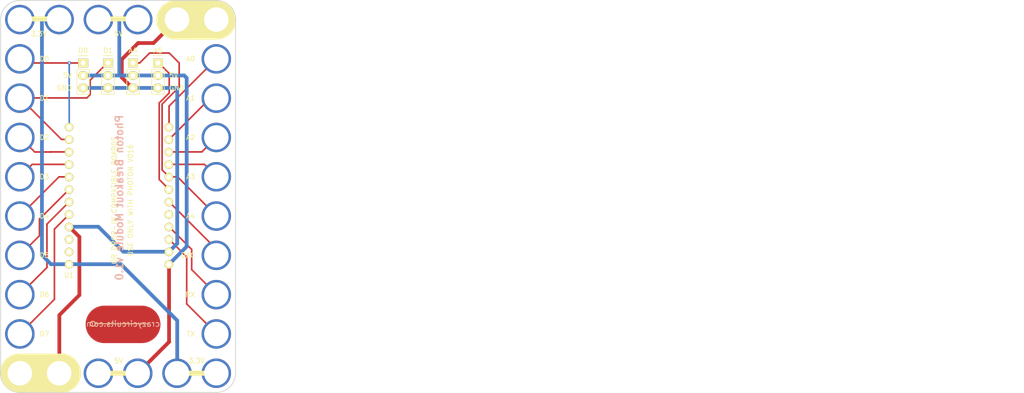
<source format=kicad_pcb>
(kicad_pcb (version 4) (host pcbnew 4.0.7-e2-6376~58~ubuntu16.04.1)

  (general
    (links 41)
    (no_connects 0)
    (area 0 0 0 0)
    (thickness 1.6)
    (drawings 20)
    (tracks 114)
    (zones 0)
    (modules 6)
    (nets 21)
  )

  (page USLetter)
  (title_block
    (title "6x9 Photon Breakout Module")
    (date "15 Jul 2018")
    (rev 1.0)
    (company "All rights reserved.")
    (comment 1 help@browndoggadgets.com)
    (comment 2 http://browndoggadgets.com/)
    (comment 3 "Brown Dog Gadgets")
  )

  (layers
    (0 F.Cu signal)
    (31 B.Cu signal)
    (34 B.Paste user)
    (35 F.Paste user)
    (36 B.SilkS user)
    (37 F.SilkS user)
    (38 B.Mask user)
    (39 F.Mask user)
    (40 Dwgs.User user)
    (44 Edge.Cuts user)
    (46 B.CrtYd user)
    (47 F.CrtYd user)
    (48 B.Fab user hide)
    (49 F.Fab user hide)
  )

  (setup
    (last_trace_width 0.3302)
    (user_trace_width 0.1524)
    (user_trace_width 0.254)
    (user_trace_width 0.3302)
    (user_trace_width 0.508)
    (user_trace_width 0.762)
    (user_trace_width 1.27)
    (trace_clearance 0.254)
    (zone_clearance 0.508)
    (zone_45_only no)
    (trace_min 0.1524)
    (segment_width 0.1524)
    (edge_width 0.1524)
    (via_size 0.6858)
    (via_drill 0.3302)
    (via_min_size 0.6858)
    (via_min_drill 0.3302)
    (user_via 0.6858 0.3302)
    (user_via 0.762 0.4064)
    (user_via 0.8636 0.508)
    (uvia_size 0.6858)
    (uvia_drill 0.3302)
    (uvias_allowed no)
    (uvia_min_size 0)
    (uvia_min_drill 0)
    (pcb_text_width 0.1524)
    (pcb_text_size 1.016 1.016)
    (mod_edge_width 0.1524)
    (mod_text_size 1.016 1.016)
    (mod_text_width 0.1524)
    (pad_size 1.7272 1.7272)
    (pad_drill 1.016)
    (pad_to_mask_clearance 0.0762)
    (solder_mask_min_width 0.1016)
    (pad_to_paste_clearance -0.0762)
    (aux_axis_origin 0 0)
    (visible_elements FFFEDF7D)
    (pcbplotparams
      (layerselection 0x310fc_80000001)
      (usegerberextensions true)
      (excludeedgelayer true)
      (linewidth 0.100000)
      (plotframeref false)
      (viasonmask false)
      (mode 1)
      (useauxorigin false)
      (hpglpennumber 1)
      (hpglpenspeed 20)
      (hpglpendiameter 15)
      (hpglpenoverlay 2)
      (psnegative false)
      (psa4output false)
      (plotreference true)
      (plotvalue true)
      (plotinvisibletext false)
      (padsonsilk false)
      (subtractmaskfromsilk false)
      (outputformat 1)
      (mirror false)
      (drillshape 0)
      (scaleselection 1)
      (outputdirectory gerbers))
  )

  (net 0 "")
  (net 1 5V)
  (net 2 3.3V)
  (net 3 GND)
  (net 4 /A4)
  (net 5 /D1)
  (net 6 /D0)
  (net 7 /A5)
  (net 8 /A3)
  (net 9 /A2)
  (net 10 /A1)
  (net 11 /A0)
  (net 12 /DAC)
  (net 13 /TX)
  (net 14 /RX)
  (net 15 /D2)
  (net 16 /D3)
  (net 17 /D4)
  (net 18 /D5)
  (net 19 /D6)
  (net 20 /D7)

  (net_class Default "This is the default net class."
    (clearance 0.254)
    (trace_width 0.254)
    (via_dia 0.6858)
    (via_drill 0.3302)
    (uvia_dia 0.6858)
    (uvia_drill 0.3302)
    (add_net /A0)
    (add_net /A1)
    (add_net /A2)
    (add_net /A3)
    (add_net /A4)
    (add_net /A5)
    (add_net /D0)
    (add_net /D1)
    (add_net /D2)
    (add_net /D3)
    (add_net /D4)
    (add_net /D5)
    (add_net /D6)
    (add_net /D7)
    (add_net /DAC)
    (add_net /RX)
    (add_net /TX)
    (add_net 3.3V)
    (add_net 5V)
    (add_net GND)
  )

  (module Crazy_NonLego:CONN-HEADER-STRAIGHT-P2.54MM-1x03 (layer F.Cu) (tedit 5B4C1F19) (tstamp 5B4D2471)
    (at 87.122 40.64)
    (descr "Through hole pin header")
    (tags "pin header")
    (path /5B4C1DC1)
    (fp_text reference J4 (at 0.25 3) (layer F.Fab)
      (effects (font (size 1 1) (thickness 0.15)))
    )
    (fp_text value Breakout (at -3 3 90) (layer F.Fab) hide
      (effects (font (size 1 1) (thickness 0.15)))
    )
    (fp_line (start 1.25 6.9) (end -1.25 6.9) (layer F.Fab) (width 0.0508))
    (fp_line (start 1.25 -1.75) (end 1.25 6.9) (layer F.Fab) (width 0.0508))
    (fp_line (start -1.25 -1.75) (end -1.25 6.9) (layer F.Fab) (width 0.0508))
    (fp_line (start 1.25 -1.75) (end -1.25 -1.75) (layer F.Fab) (width 0.0508))
    (fp_text user %R (at 0 -2.75) (layer F.SilkS) hide
      (effects (font (size 1 1) (thickness 0.15)))
    )
    (fp_line (start -1.25 -1.75) (end -1.25 6.85) (layer F.CrtYd) (width 0.05))
    (fp_line (start 1.25 -1.75) (end 1.25 6.85) (layer F.CrtYd) (width 0.05))
    (fp_line (start -1.25 -1.75) (end 1.25 -1.75) (layer F.CrtYd) (width 0.05))
    (fp_line (start -1.25 6.85) (end 1.25 6.85) (layer F.CrtYd) (width 0.05))
    (fp_line (start -1.27 1.27) (end -1.27 6.35) (layer F.SilkS) (width 0.15))
    (fp_line (start -1.27 6.35) (end 1.27 6.35) (layer F.SilkS) (width 0.15))
    (fp_line (start 1.27 6.35) (end 1.27 1.27) (layer F.SilkS) (width 0.15))
    (fp_line (start 1.27 1.27) (end -1.27 1.27) (layer F.SilkS) (width 0.15))
    (fp_line (start -1 -1.5) (end 1 -1.5) (layer F.SilkS) (width 0.15))
    (pad A5 thru_hole rect (at 0 0) (size 2.032 1.7272) (drill 1.016) (layers *.Cu *.Mask F.SilkS)
      (net 7 /A5))
    (pad VIN thru_hole oval (at 0 2.54) (size 2.032 1.7272) (drill 1.016) (layers *.Cu *.Mask F.SilkS)
      (net 1 5V))
    (pad GND thru_hole oval (at 0 5.08) (size 2.032 1.7272) (drill 1.016) (layers *.Cu *.Mask F.SilkS)
      (net 3 GND))
  )

  (module Crazy_NonLego:CONN-HEADER-STRAIGHT-P2.54MM-1x03 (layer F.Cu) (tedit 5B4C1F14) (tstamp 5B4D245D)
    (at 82.042 40.64)
    (descr "Through hole pin header")
    (tags "pin header")
    (fp_text reference J3 (at 0.25 3) (layer F.Fab)
      (effects (font (size 1 1) (thickness 0.15)))
    )
    (fp_text value PWM (at -3 3 90) (layer F.Fab) hide
      (effects (font (size 1 1) (thickness 0.15)))
    )
    (fp_line (start 1.25 6.9) (end -1.25 6.9) (layer F.Fab) (width 0.0508))
    (fp_line (start 1.25 -1.75) (end 1.25 6.9) (layer F.Fab) (width 0.0508))
    (fp_line (start -1.25 -1.75) (end -1.25 6.9) (layer F.Fab) (width 0.0508))
    (fp_line (start 1.25 -1.75) (end -1.25 -1.75) (layer F.Fab) (width 0.0508))
    (fp_text user %R (at 0 -2.75) (layer F.SilkS) hide
      (effects (font (size 1 1) (thickness 0.15)))
    )
    (fp_line (start -1.25 -1.75) (end -1.25 6.85) (layer F.CrtYd) (width 0.05))
    (fp_line (start 1.25 -1.75) (end 1.25 6.85) (layer F.CrtYd) (width 0.05))
    (fp_line (start -1.25 -1.75) (end 1.25 -1.75) (layer F.CrtYd) (width 0.05))
    (fp_line (start -1.25 6.85) (end 1.25 6.85) (layer F.CrtYd) (width 0.05))
    (fp_line (start -1.27 1.27) (end -1.27 6.35) (layer F.SilkS) (width 0.15))
    (fp_line (start -1.27 6.35) (end 1.27 6.35) (layer F.SilkS) (width 0.15))
    (fp_line (start 1.27 6.35) (end 1.27 1.27) (layer F.SilkS) (width 0.15))
    (fp_line (start 1.27 1.27) (end -1.27 1.27) (layer F.SilkS) (width 0.15))
    (fp_line (start -1 -1.5) (end 1 -1.5) (layer F.SilkS) (width 0.15))
    (pad A4 thru_hole rect (at 0 0) (size 2.032 1.7272) (drill 1.016) (layers *.Cu *.Mask F.SilkS)
      (net 4 /A4))
    (pad VIN thru_hole oval (at 0 2.54) (size 2.032 1.7272) (drill 1.016) (layers *.Cu *.Mask F.SilkS)
      (net 1 5V))
    (pad GND thru_hole oval (at 0 5.08) (size 2.032 1.7272) (drill 1.016) (layers *.Cu *.Mask F.SilkS)
      (net 3 GND))
  )

  (module Crazy_NonLego:CONN-HEADER-STRAIGHT-P2.54MM-1x03 (layer F.Cu) (tedit 5B4C1F0E) (tstamp 5B4D2449)
    (at 76.962 40.64)
    (descr "Through hole pin header")
    (tags "pin header")
    (fp_text reference J2 (at 0.25 3) (layer F.Fab)
      (effects (font (size 1 1) (thickness 0.15)))
    )
    (fp_text value PWM (at -3 3 90) (layer F.Fab) hide
      (effects (font (size 1 1) (thickness 0.15)))
    )
    (fp_line (start 1.25 6.9) (end -1.25 6.9) (layer F.Fab) (width 0.0508))
    (fp_line (start 1.25 -1.75) (end 1.25 6.9) (layer F.Fab) (width 0.0508))
    (fp_line (start -1.25 -1.75) (end -1.25 6.9) (layer F.Fab) (width 0.0508))
    (fp_line (start 1.25 -1.75) (end -1.25 -1.75) (layer F.Fab) (width 0.0508))
    (fp_text user %R (at 0 -2.75) (layer F.SilkS) hide
      (effects (font (size 1 1) (thickness 0.15)))
    )
    (fp_line (start -1.25 -1.75) (end -1.25 6.85) (layer F.CrtYd) (width 0.05))
    (fp_line (start 1.25 -1.75) (end 1.25 6.85) (layer F.CrtYd) (width 0.05))
    (fp_line (start -1.25 -1.75) (end 1.25 -1.75) (layer F.CrtYd) (width 0.05))
    (fp_line (start -1.25 6.85) (end 1.25 6.85) (layer F.CrtYd) (width 0.05))
    (fp_line (start -1.27 1.27) (end -1.27 6.35) (layer F.SilkS) (width 0.15))
    (fp_line (start -1.27 6.35) (end 1.27 6.35) (layer F.SilkS) (width 0.15))
    (fp_line (start 1.27 6.35) (end 1.27 1.27) (layer F.SilkS) (width 0.15))
    (fp_line (start 1.27 1.27) (end -1.27 1.27) (layer F.SilkS) (width 0.15))
    (fp_line (start -1 -1.5) (end 1 -1.5) (layer F.SilkS) (width 0.15))
    (pad D1 thru_hole rect (at 0 0) (size 2.032 1.7272) (drill 1.016) (layers *.Cu *.Mask F.SilkS)
      (net 5 /D1))
    (pad VIN thru_hole oval (at 0 2.54) (size 2.032 1.7272) (drill 1.016) (layers *.Cu *.Mask F.SilkS)
      (net 1 5V))
    (pad GND thru_hole oval (at 0 5.08) (size 2.032 1.7272) (drill 1.016) (layers *.Cu *.Mask F.SilkS)
      (net 3 GND))
  )

  (module Crazy_Circuits:LOGO-CRAZY-1x2 (layer F.Cu) (tedit 58FE5DC6) (tstamp 5B4C87F4)
    (at 80.01 97.79)
    (descr LOGO)
    (tags LOGO)
    (fp_text reference LOGO (at 0 -3.52806) (layer F.Fab)
      (effects (font (size 1 1) (thickness 0.15)))
    )
    (fp_text value "BROWN DOG" (at -0.381 -10.414) (layer B.SilkS) hide
      (effects (font (size 1.27 1.27) (thickness 0.254)) (justify mirror))
    )
    (fp_text user crazycircuits.com (at 0 -4.064) (layer B.SilkS)
      (effects (font (size 1.143 1.143) (thickness 0.1778)) (justify mirror))
    )
    (fp_line (start 6.096 -5.2705) (end 4.953 -4.318) (layer F.Mask) (width 0.1524))
    (fp_line (start 4.7625 -4.318) (end 6.096 -5.2705) (layer F.Mask) (width 0.1524))
    (fp_line (start 5.715 -5.1435) (end 4.7625 -4.318) (layer F.Mask) (width 0.1524))
    (fp_line (start 4.6355 -4.3815) (end 5.715 -5.1435) (layer F.Mask) (width 0.1524))
    (fp_line (start 5.5245 -5.08) (end 4.6355 -4.3815) (layer F.Mask) (width 0.1524))
    (fp_line (start 4.3815 -4.318) (end 5.5245 -5.08) (layer F.Mask) (width 0.1524))
    (fp_line (start 5.207 -4.953) (end 4.3815 -4.318) (layer F.Mask) (width 0.1524))
    (fp_line (start 4.2545 -4.3815) (end 5.207 -4.953) (layer F.Mask) (width 0.1524))
    (fp_line (start 5.0165 -4.953) (end 4.2545 -4.3815) (layer F.Mask) (width 0.1524))
    (fp_line (start 4.2545 -4.5085) (end 5.0165 -4.953) (layer F.Mask) (width 0.1524))
    (fp_line (start 4.7625 -4.953) (end 4.2545 -4.5085) (layer F.Mask) (width 0.1524))
    (fp_line (start 4.191 -4.6355) (end 4.7625 -4.953) (layer F.Mask) (width 0.1524))
    (fp_line (start 4.7625 -5.1435) (end 4.191 -4.6355) (layer F.Mask) (width 0.1524))
    (fp_line (start 4.7625 -5.2705) (end 4.1275 -4.7625) (layer F.Mask) (width 0.1524))
    (fp_line (start 4.8895 -5.461) (end 4.064 -4.8895) (layer F.Mask) (width 0.1524))
    (fp_line (start 4.8895 -5.588) (end 4.064 -5.0165) (layer F.Mask) (width 0.1524))
    (fp_line (start 3.048 -4.3815) (end 2.413 -5.2705) (layer F.Mask) (width 0.254))
    (fp_line (start 4.953 -4.2545) (end 2.9845 -4.2545) (layer F.Mask) (width 0.1524))
    (fp_line (start 6.5405 -5.3975) (end 4.953 -4.2545) (layer F.Mask) (width 0.1524))
    (fp_line (start 4.7625 -4.953) (end 6.5405 -5.3975) (layer F.Mask) (width 0.1524))
    (fp_line (start 5.08 -5.842) (end 4.7625 -4.953) (layer F.Mask) (width 0.1524))
    (fp_line (start 4.0005 -5.1435) (end 5.08 -5.842) (layer F.Mask) (width 0.1524))
    (fp_line (start 3.175 -6.604) (end 4.0005 -5.08) (layer F.Mask) (width 0.1524))
    (fp_line (start 3.2385 -5.207) (end 3.175 -6.604) (layer F.Mask) (width 0.1524))
    (fp_line (start 2.159 -5.461) (end 3.2385 -5.207) (layer F.Mask) (width 0.1524))
    (fp_line (start 2.9845 -4.2545) (end 2.159 -5.461) (layer F.Mask) (width 0.1524))
    (fp_line (start -5.588 -4.064) (end 5.08 -4.064) (layer F.SilkS) (width 0.1524))
    (fp_circle (center -6.1595 -4.064) (end -5.82208 -3.683) (layer F.SilkS) (width 0.1524))
    (fp_text user CRAZY (at -2.032 -5.588) (layer F.SilkS) hide
      (effects (font (thickness 0.381)))
    )
    (fp_line (start 3.9 -7.8) (end -3.9 -7.8) (layer F.Fab) (width 0.04064))
    (fp_line (start 3.9 0) (end -3.9 0) (layer F.Fab) (width 0.04064))
    (fp_arc (start 3.9 -3.9) (end 3.9 -7.8) (angle 90) (layer F.Fab) (width 0.04064))
    (fp_arc (start 3.9 -3.9) (end 7.8 -3.9) (angle 90) (layer F.Fab) (width 0.04064))
    (fp_arc (start -3.9 -3.9) (end -3.9 0) (angle 90) (layer F.Fab) (width 0.04064))
    (fp_arc (start -3.9 -3.9) (end -7.8 -3.9) (angle 90) (layer F.Fab) (width 0.04064))
    (fp_text user CIRCUITS (at 0.254 -2.286) (layer F.SilkS) hide
      (effects (font (thickness 0.381)))
    )
    (fp_line (start 3.2385 -4.3815) (end 2.6035 -5.2705) (layer F.Mask) (width 0.254))
    (fp_line (start 3.429 -4.3815) (end 2.8575 -5.207) (layer F.Mask) (width 0.254))
    (fp_line (start 3.556 -4.3815) (end 3.1115 -5.1435) (layer F.Mask) (width 0.254))
    (fp_line (start 3.81 -4.3815) (end 3.3655 -5.207) (layer F.Mask) (width 0.254))
    (fp_line (start 4.0005 -4.3815) (end 3.429 -5.461) (layer F.Mask) (width 0.254))
    (fp_line (start 4.191 -4.3815) (end 3.302 -6.096) (layer F.Mask) (width 0.254))
    (fp_line (start 3.3655 -5.3975) (end 3.302 -6.223) (layer F.Mask) (width 0.254))
    (pad BG smd oval (at 0 -3.937) (size 15.24 7.62) (layers F.Cu))
  )

  (module Crazy_NonLego:CONN-HEADER-STRAIGHT-P2.54MM-1x03 (layer F.Cu) (tedit 5B4C1891) (tstamp 5B4CEFDA)
    (at 71.882 40.64)
    (descr "Through hole pin header")
    (tags "pin header")
    (fp_text reference J1 (at 0.25 3 180) (layer F.Fab)
      (effects (font (size 1 1) (thickness 0.15)))
    )
    (fp_text value PWM (at -3 3 90) (layer F.Fab) hide
      (effects (font (size 1 1) (thickness 0.15)))
    )
    (fp_line (start 1.25 6.9) (end -1.25 6.9) (layer F.Fab) (width 0.0508))
    (fp_line (start 1.25 -1.75) (end 1.25 6.9) (layer F.Fab) (width 0.0508))
    (fp_line (start -1.25 -1.75) (end -1.25 6.9) (layer F.Fab) (width 0.0508))
    (fp_line (start 1.25 -1.75) (end -1.25 -1.75) (layer F.Fab) (width 0.0508))
    (fp_text user %R (at 0 -2.75) (layer F.SilkS) hide
      (effects (font (size 1 1) (thickness 0.15)))
    )
    (fp_line (start -1.25 -1.75) (end -1.25 6.85) (layer F.CrtYd) (width 0.05))
    (fp_line (start 1.25 -1.75) (end 1.25 6.85) (layer F.CrtYd) (width 0.05))
    (fp_line (start -1.25 -1.75) (end 1.25 -1.75) (layer F.CrtYd) (width 0.05))
    (fp_line (start -1.25 6.85) (end 1.25 6.85) (layer F.CrtYd) (width 0.05))
    (fp_line (start -1.27 1.27) (end -1.27 6.35) (layer F.SilkS) (width 0.15))
    (fp_line (start -1.27 6.35) (end 1.27 6.35) (layer F.SilkS) (width 0.15))
    (fp_line (start 1.27 6.35) (end 1.27 1.27) (layer F.SilkS) (width 0.15))
    (fp_line (start 1.27 1.27) (end -1.27 1.27) (layer F.SilkS) (width 0.15))
    (fp_line (start -1 -1.5) (end 1 -1.5) (layer F.SilkS) (width 0.15))
    (pad D0 thru_hole rect (at 0 0) (size 2.032 1.7272) (drill 1.016) (layers *.Cu *.Mask F.SilkS)
      (net 6 /D0))
    (pad VIN thru_hole oval (at 0 2.54) (size 2.032 1.7272) (drill 1.016) (layers *.Cu *.Mask F.SilkS)
      (net 1 5V))
    (pad GND thru_hole oval (at 0 5.08) (size 2.032 1.7272) (drill 1.016) (layers *.Cu *.Mask F.SilkS)
      (net 3 GND))
  )

  (module Crazy_Circuits:PHOTON-V016-6x10 (layer F.Cu) (tedit 5B4C19AB) (tstamp 5B4C45D2)
    (at 58.999 103.8)
    (descr "8-lead dip package, row spacing 7.62 mm (300 mils)")
    (tags "dil dip 2.54 300")
    (path /5B4C1D29)
    (fp_text reference U1 (at 3.87 3.93) (layer F.SilkS) hide
      (effects (font (size 1 1) (thickness 0.15)))
    )
    (fp_text value PARTICLE-PHOTON-V016 (at 12 4) (layer F.Fab) hide
      (effects (font (size 1 1) (thickness 0.15)))
    )
    (fp_text user USB (at 19.993 -16.764) (layer F.Fab)
      (effects (font (size 1 1) (thickness 0.15)))
    )
    (fp_line (start -0.2 -72.136) (end 8.436 -72.136) (layer F.SilkS) (width 1))
    (fp_line (start -0.039136 -0.007894) (end 8.436 0) (layer F.SilkS) (width 8))
    (fp_text user "OR DROP-IN COMPATIBLE BOARDS" (at 19.228238 -35.202146 270) (layer F.SilkS)
      (effects (font (size 1 1) (thickness 0.15)))
    )
    (fp_text user "USE ONLY WITH PHOTON V016" (at 22.530238 -35.202146 270) (layer F.SilkS)
      (effects (font (size 1 1) (thickness 0.15)))
    )
    (fp_text user "Photon V016" (at 16.777238 -35.514146 270) (layer F.Fab)
      (effects (font (size 1 1) (thickness 0.15)))
    )
    (fp_text user A2 (at 34.763001 -48) (layer F.SilkS)
      (effects (font (size 1 1) (thickness 0.15)))
    )
    (fp_text user A3 (at 34.763001 -40) (layer F.SilkS)
      (effects (font (size 1 1) (thickness 0.15)))
    )
    (fp_text user A0 (at 34.763001 -64) (layer F.SilkS)
      (effects (font (size 1 1) (thickness 0.15)))
    )
    (fp_text user A1 (at 34.763001 -56) (layer F.SilkS)
      (effects (font (size 1 1) (thickness 0.15)))
    )
    (fp_line (start 0 3.9) (end 40 3.9) (layer Edge.Cuts) (width 0.04064))
    (fp_line (start 40 -75.9) (end 0 -75.9) (layer Edge.Cuts) (width 0.04064))
    (fp_line (start -3.9 -72.15) (end -3.9 0.05) (layer Edge.Cuts) (width 0.04064))
    (fp_line (start 43.9 0.05) (end 43.9 -72.2) (layer Edge.Cuts) (width 0.04064))
    (fp_arc (start 0 0) (end 0 3.9) (angle 89.9) (layer Edge.Cuts) (width 0.04064))
    (fp_arc (start 0 -72) (end -3.9 -72) (angle 90) (layer Edge.Cuts) (width 0.04064))
    (fp_arc (start 40 -72) (end 40 -75.9) (angle 89.9) (layer Edge.Cuts) (width 0.04064))
    (fp_arc (start 40 0) (end 43.9 0) (angle 90) (layer Edge.Cuts) (width 0.04064))
    (fp_line (start 0 3.9) (end 40 3.9) (layer F.Fab) (width 0.04064))
    (fp_line (start 40 -75.9) (end 0 -75.9) (layer F.Fab) (width 0.04064))
    (fp_line (start -3.9 -72) (end -3.9 0) (layer F.Fab) (width 0.04064))
    (fp_arc (start 0 0) (end 0 3.9) (angle 90) (layer F.Fab) (width 0.04064))
    (fp_arc (start 0 -72) (end -3.9 -72) (angle 90) (layer F.Fab) (width 0.04064))
    (fp_line (start 43.9 0) (end 43.9 -72) (layer F.Fab) (width 0.04064))
    (fp_arc (start 40 -72) (end 40 -75.9) (angle 89.9) (layer F.Fab) (width 0.04064))
    (fp_arc (start 40 0) (end 43.9 0) (angle 90) (layer F.Fab) (width 0.04064))
    (fp_text user A4 (at 34.763001 -32) (layer F.SilkS)
      (effects (font (size 1 1) (thickness 0.15)))
    )
    (fp_text user DAC (at 34.239191 -24) (layer F.SilkS)
      (effects (font (size 1 1) (thickness 0.15)))
    )
    (fp_text user RX (at 34.691572 -16) (layer F.SilkS)
      (effects (font (size 1 1) (thickness 0.15)))
    )
    (fp_text user 3.3V (at 35.995 -2.54) (layer F.SilkS)
      (effects (font (size 1 1) (thickness 0.15)))
    )
    (fp_text user D3 (at 5.003683 -40) (layer F.SilkS)
      (effects (font (size 1 1) (thickness 0.15)))
    )
    (fp_text user D4 (at 5.003683 -32) (layer F.SilkS)
      (effects (font (size 1 1) (thickness 0.15)))
    )
    (fp_text user D5 (at 5.003683 -24) (layer F.SilkS)
      (effects (font (size 1 1) (thickness 0.15)))
    )
    (fp_text user D6 (at 5.003683 -16) (layer F.SilkS)
      (effects (font (size 1 1) (thickness 0.15)))
    )
    (fp_text user D2 (at 5.003683 -48) (layer F.SilkS)
      (effects (font (size 1 1) (thickness 0.15)))
    )
    (fp_text user D0 (at 5.003683 -64) (layer F.SilkS)
      (effects (font (size 1 1) (thickness 0.15)))
    )
    (fp_text user D1 (at 5.003683 -56) (layer F.SilkS)
      (effects (font (size 1 1) (thickness 0.15)))
    )
    (fp_text user %R (at 20.374 -14.351) (layer F.SilkS) hide
      (effects (font (size 1 1) (thickness 0.15)))
    )
    (fp_text user D7 (at 5.003683 -8) (layer F.SilkS)
      (effects (font (size 1 1) (thickness 0.15)))
    )
    (fp_text user 5V (at 20.12 -69.088) (layer F.SilkS)
      (effects (font (size 1 1) (thickness 0.15)))
    )
    (fp_text user TX (at 34.81062 -8) (layer F.SilkS)
      (effects (font (size 1 1) (thickness 0.15)))
    )
    (fp_line (start 30.788 0) (end 39.424 0) (layer F.SilkS) (width 1))
    (fp_line (start 31.8 -71.927894) (end 40.024 -71.94) (layer F.SilkS) (width 8))
    (fp_line (start 31.607238 -54.414146) (end 8.747238 -54.414146) (layer F.Fab) (width 0.127))
    (fp_line (start 14.894038 -15.933146) (end 25.460438 -15.933146) (layer F.Fab) (width 0.127))
    (fp_line (start 25.460438 -17.838146) (end 25.460438 -15.933146) (layer F.Fab) (width 0.127))
    (fp_line (start 14.894038 -17.838146) (end 8.747238 -17.838146) (layer F.Fab) (width 0.127))
    (fp_line (start 31.607238 -54.414146) (end 31.607238 -17.838146) (layer F.Fab) (width 0.127))
    (fp_text user %R (at 10.017238 -19.937 180) (layer F.SilkS)
      (effects (font (size 1 1) (thickness 0.15)))
    )
    (fp_line (start 8.747238 -54.414146) (end 8.747238 -17.838146) (layer F.Fab) (width 0.127))
    (fp_line (start 25.460438 -17.838146) (end 31.607238 -17.838146) (layer F.Fab) (width 0.127))
    (fp_line (start 14.894038 -17.838146) (end 14.894038 -15.933146) (layer F.Fab) (width 0.127))
    (fp_line (start 16.056 -72.136) (end 24.692 -72.136) (layer F.SilkS) (width 1))
    (fp_text user 3.3V (at 3.864 -69.088) (layer F.SilkS)
      (effects (font (size 1 1) (thickness 0.15)))
    )
    (fp_line (start 15.04 0) (end 23.676 0) (layer F.SilkS) (width 1))
    (fp_text user 5V (at 20.12 -2.54) (layer F.SilkS)
      (effects (font (size 1 1) (thickness 0.15)))
    )
    (pad A4 thru_hole circle (at 40 -32 90) (size 6 6) (drill 4.98) (layers *.Cu *.Mask)
      (net 4 /A4))
    (pad DAC thru_hole circle (at 40.001 -24 90) (size 6 6) (drill 4.98) (layers *.Cu *.Mask)
      (net 12 /DAC))
    (pad TX thru_hole circle (at 40.001 -8 90) (size 6 6) (drill 4.98) (layers *.Cu *.Mask)
      (net 13 /TX))
    (pad A3 thru_hole circle (at 40.001 -40 90) (size 6 6) (drill 4.98) (layers *.Cu *.Mask)
      (net 8 /A3))
    (pad RX thru_hole circle (at 40.001 -16 90) (size 6 6) (drill 4.98) (layers *.Cu *.Mask)
      (net 14 /RX))
    (pad A2 thru_hole circle (at 40 -48 90) (size 6 6) (drill 4.98) (layers *.Cu *.Mask)
      (net 9 /A2))
    (pad A1 thru_hole circle (at 40 -56 90) (size 6 6) (drill 4.98) (layers *.Cu *.Mask)
      (net 10 /A1))
    (pad GND thru_hole circle (at 0.001 0 90) (size 6 6) (drill 4.98) (layers *.Cu *.Mask)
      (net 3 GND))
    (pad GND thru_hole circle (at 8 0 90) (size 6 6) (drill 4.98) (layers *.Cu *.Mask)
      (net 3 GND))
    (pad 5V thru_hole circle (at 16 0 90) (size 6 6) (drill 4.98) (layers *.Cu *.Mask)
      (net 1 5V))
    (pad 3V thru_hole circle (at 32 0 90) (size 6 6) (drill 4.98) (layers *.Cu *.Mask)
      (net 2 3.3V))
    (pad 5V thru_hole circle (at 16 -72 90) (size 6 6) (drill 4.98) (layers *.Cu *.Mask)
      (net 1 5V))
    (pad 5V thru_hole circle (at 24 -72 90) (size 6 6) (drill 4.98) (layers *.Cu *.Mask)
      (net 1 5V))
    (pad 3V thru_hole circle (at 0.001 -72 90) (size 6 6) (drill 4.98) (layers *.Cu *.Mask)
      (net 2 3.3V))
    (pad 3V thru_hole circle (at 8 -72 90) (size 6 6) (drill 4.98) (layers *.Cu *.Mask)
      (net 2 3.3V))
    (pad GND thru_hole circle (at 40 -72 90) (size 6 6) (drill 4.98) (layers *.Cu *.Mask)
      (net 3 GND))
    (pad D1 thru_hole circle (at 0 -56 90) (size 6 6) (drill 4.98) (layers *.Cu *.Mask)
      (net 5 /D1))
    (pad D2 thru_hole circle (at 0 -48 90) (size 6 6) (drill 4.98) (layers *.Cu *.Mask)
      (net 15 /D2))
    (pad D3 thru_hole circle (at 0 -40 90) (size 6 6) (drill 4.98) (layers *.Cu *.Mask)
      (net 16 /D3))
    (pad D4 thru_hole circle (at 0 -32 90) (size 6 6) (drill 4.98) (layers *.Cu *.Mask)
      (net 17 /D4))
    (pad D5 thru_hole circle (at 0 -24 90) (size 6 6) (drill 4.98) (layers *.Cu *.Mask)
      (net 18 /D5))
    (pad D6 thru_hole circle (at 0 -16 90) (size 6 6) (drill 4.98) (layers *.Cu *.Mask)
      (net 19 /D6))
    (pad D7 thru_hole circle (at 0 -8 90) (size 6 6) (drill 4.98) (layers *.Cu *.Mask)
      (net 20 /D7))
    (pad 3V thru_hole circle (at 40 0 90) (size 6 6) (drill 4.98) (layers *.Cu *.Mask)
      (net 2 3.3V))
    (pad A0 thru_hole circle (at 40 -64 90) (size 6 6) (drill 4.98) (layers *.Cu *.Mask)
      (net 11 /A0))
    (pad D0 thru_hole circle (at 0 -64 90) (size 6 6) (drill 4.98) (layers *.Cu *.Mask)
      (net 6 /D0))
    (pad 5V thru_hole circle (at 24 0 90) (size 6 6) (drill 4.98) (layers *.Cu *.Mask)
      (net 1 5V))
    (pad GND thru_hole circle (at 32 -72 90) (size 6 6) (drill 4.98) (layers *.Cu *.Mask)
      (net 3 GND))
    (pad VIN thru_hole circle (at 30.337238 -22.156146 180) (size 1.7272 1.7272) (drill 1.016) (layers *.Cu *.Mask F.SilkS)
      (net 1 5V))
    (pad GND thru_hole circle (at 30.337238 -24.696146 180) (size 1.7272 1.7272) (drill 1.016) (layers *.Cu *.Mask F.SilkS)
      (net 3 GND))
    (pad TX thru_hole circle (at 30.337238 -27.236146 180) (size 1.7272 1.7272) (drill 1.016) (layers *.Cu *.Mask F.SilkS)
      (net 13 /TX))
    (pad RX thru_hole circle (at 30.337238 -29.776146 180) (size 1.7272 1.7272) (drill 1.016) (layers *.Cu *.Mask F.SilkS)
      (net 14 /RX))
    (pad WKP thru_hole circle (at 30.337238 -32.316146 180) (size 1.7272 1.7272) (drill 1.016) (layers *.Cu *.Mask F.SilkS))
    (pad DAC thru_hole circle (at 30.337238 -34.856146 180) (size 1.7272 1.7272) (drill 1.016) (layers *.Cu *.Mask F.SilkS)
      (net 12 /DAC))
    (pad A5 thru_hole circle (at 30.337238 -37.396146 180) (size 1.7272 1.7272) (drill 1.016) (layers *.Cu *.Mask F.SilkS)
      (net 7 /A5))
    (pad A4 thru_hole circle (at 30.337238 -39.936146 180) (size 1.7272 1.7272) (drill 1.016) (layers *.Cu *.Mask F.SilkS)
      (net 4 /A4))
    (pad A3 thru_hole circle (at 30.337238 -42.476146 180) (size 1.7272 1.7272) (drill 1.016) (layers *.Cu *.Mask F.SilkS)
      (net 8 /A3))
    (pad A2 thru_hole circle (at 30.337238 -45.016146 180) (size 1.7272 1.7272) (drill 1.016) (layers *.Cu *.Mask F.SilkS)
      (net 9 /A2))
    (pad A1 thru_hole circle (at 30.337238 -47.556146 180) (size 1.7272 1.7272) (drill 1.016) (layers *.Cu *.Mask F.SilkS)
      (net 10 /A1))
    (pad A0 thru_hole circle (at 30.337238 -50.096146 180) (size 1.7272 1.7272) (drill 1.016) (layers *.Cu *.Mask F.SilkS)
      (net 11 /A0))
    (pad D1 thru_hole circle (at 10.017238 -47.556146 180) (size 1.7272 1.7272) (drill 1.016) (layers *.Cu *.Mask F.SilkS)
      (net 5 /D1))
    (pad VBAT thru_hole circle (at 10.017238 -27.236146 180) (size 1.7272 1.7272) (drill 1.016) (layers *.Cu *.Mask F.SilkS))
    (pad D3 thru_hole circle (at 10.017238 -42.476146 180) (size 1.7272 1.7272) (drill 1.016) (layers *.Cu *.Mask F.SilkS)
      (net 16 /D3))
    (pad D2 thru_hole circle (at 10.017238 -45.016146 180) (size 1.7272 1.7272) (drill 1.016) (layers *.Cu *.Mask F.SilkS)
      (net 15 /D2))
    (pad RST thru_hole circle (at 10.017238 -24.696146 180) (size 1.7272 1.7272) (drill 1.016) (layers *.Cu *.Mask F.SilkS))
    (pad D7 thru_hole circle (at 10.017238 -32.316146 180) (size 1.7272 1.7272) (drill 1.016) (layers *.Cu *.Mask F.SilkS)
      (net 20 /D7))
    (pad 3V thru_hole circle (at 10.017238 -22.156146 180) (size 1.7272 1.7272) (drill 1.016) (layers *.Cu *.Mask F.SilkS)
      (net 2 3.3V))
    (pad D6 thru_hole circle (at 10.017238 -34.856146 180) (size 1.7272 1.7272) (drill 1.016) (layers *.Cu *.Mask F.SilkS)
      (net 19 /D6))
    (pad D5 thru_hole circle (at 10.017238 -37.396146 180) (size 1.7272 1.7272) (drill 1.016) (layers *.Cu *.Mask F.SilkS)
      (net 18 /D5))
    (pad D4 thru_hole circle (at 10.017238 -39.936146 180) (size 1.7272 1.7272) (drill 1.016) (layers *.Cu *.Mask F.SilkS)
      (net 17 /D4))
    (pad GND thru_hole circle (at 10.017238 -29.776146 180) (size 1.7272 1.7272) (drill 1.016) (layers *.Cu *.Mask F.SilkS)
      (net 3 GND))
    (pad D0 thru_hole circle (at 10.017238 -50.096146 180) (size 1.7272 1.7272) (drill 1.016) (layers *.Cu *.Mask F.SilkS)
      (net 6 /D0))
  )

  (gr_arc (start 98.998994 31.793193) (end 98.998994 27.893193) (angle 90) (layer Edge.Cuts) (width 0.1524) (tstamp 5B4DD13D))
  (gr_arc (start 58.999 31.8) (end 55.099 31.8) (angle 90) (layer Edge.Cuts) (width 0.1524) (tstamp 5B4DD13C))
  (gr_arc (start 59 103.8) (end 59 107.7) (angle 90) (layer Edge.Cuts) (width 0.1524) (tstamp 5B4DD13B))
  (gr_arc (start 99 103.8) (end 102.9 103.8) (angle 90) (layer Edge.Cuts) (width 0.1524))
  (gr_line (start 55.1 103.8) (end 55.1 31.8) (layer Edge.Cuts) (width 0.1524))
  (gr_line (start 99 107.7) (end 59 107.7) (layer Edge.Cuts) (width 0.1524))
  (gr_line (start 102.9 31.8) (end 102.9 103.8) (layer Edge.Cuts) (width 0.1524))
  (gr_line (start 59 27.9) (end 99 27.9) (layer Edge.Cuts) (width 0.1524))
  (gr_text "Photon Breakout Module v1.0" (at 79.248 68.072 90) (layer B.SilkS)
    (effects (font (size 1.5 1.5) (thickness 0.3)) (justify mirror))
  )
  (gr_text CIRCUITS (at 80.01 95.25) (layer F.Mask) (tstamp 5B4D6050)
    (effects (font (size 1.5 1.5) (thickness 0.3)))
  )
  (gr_text CRAZY (at 77.724 92.456) (layer F.Mask)
    (effects (font (size 1.5 1.5) (thickness 0.3)))
  )
  (gr_text A5 (at 87.122 38.1) (layer F.SilkS)
    (effects (font (size 1.016 1.016) (thickness 0.1524)))
  )
  (gr_text A4 (at 82.042 38.1) (layer F.SilkS)
    (effects (font (size 1.016 1.016) (thickness 0.1524)))
  )
  (gr_text D1 (at 76.962 38.1) (layer F.SilkS)
    (effects (font (size 1.016 1.016) (thickness 0.1524)))
  )
  (gr_text D0 (at 71.882 38.1) (layer F.SilkS)
    (effects (font (size 1.016 1.016) (thickness 0.1524)))
  )
  (gr_text "5V\n" (at 90.303048 43.18) (layer F.SilkS)
    (effects (font (size 1.016 1.016) (thickness 0.1524)))
  )
  (gr_text 5V (at 68.700953 43.18) (layer F.SilkS)
    (effects (font (size 1.016 1.016) (thickness 0.1524)))
  )
  (gr_text GND (at 68.072 45.72) (layer F.SilkS)
    (effects (font (size 1.016 1.016) (thickness 0.1524)))
  )
  (gr_text GND (at 90.932 45.72) (layer F.SilkS)
    (effects (font (size 1.016 1.016) (thickness 0.1524)))
  )
  (gr_text "FABRICATION NOTES\n\n1. THIS IS A 2 LAYER BOARD. \n2. EXTERNAL LAYERS SHALL HAVE 1 OZ COPPER.\n3. MATERIAL: FR4 AND 0.062 INCH +/- 10% THICK.\n4. BOARDS SHALL BE ROHS COMPLIANT. \n5. MANUFACTURE IN ACCORDANCE WITH IPC-6012 CLASS 2\n6. MASK: BOTH SIDES OF THE BOARD SHALL HAVE \n   SOLDER MASK (GREEN) OVER BARE COPPER. \n7. SILK: BOTH SIDES OF THE BOARD SHALL HAVE \n   WHITE SILKSCREEN. DO NOT PLACE SILK OVER BARE COPPER.\n8. FINISH: ENIG.\n9. MINIMUM TRACE WIDTH - 0.006 INCH.\n   MINIMUM SPACE - 0.006 INCH.\n   MINIMUM HOLE DIA - 0.013 INCH. \n10. MAX HOLE PLACEMENT TOLERANCE OF +/- 0.003 INCH.\n11. MAX HOLE DIAMETER TOLERANCE OF +/- 0.003 INCH AFTER PLATING." (at 120.3198 68.326) (layer Dwgs.User)
    (effects (font (size 2.54 2.54) (thickness 0.254)) (justify left))
  )

  (segment (start 92.964 43.688) (end 92.964 78.011092) (width 0.762) (layer B.Cu) (net 1))
  (segment (start 92.964 78.011092) (end 89.374238 81.600854) (width 0.762) (layer B.Cu) (net 1))
  (segment (start 92.456 43.18) (end 92.964 43.688) (width 0.762) (layer B.Cu) (net 1))
  (segment (start 87.122 43.18) (end 92.456 43.18) (width 0.762) (layer B.Cu) (net 1))
  (segment (start 77.1144 43.18) (end 76.962 43.18) (width 0.762) (layer F.Cu) (net 1))
  (segment (start 89.408 97.386) (end 89.374238 97.352238) (width 0.762) (layer F.Cu) (net 1))
  (segment (start 89.374238 97.352238) (end 89.374238 81.600854) (width 0.762) (layer F.Cu) (net 1))
  (segment (start 83.037 103.757) (end 89.408 97.386) (width 0.762) (layer F.Cu) (net 1))
  (segment (start 75.037 103.757) (end 83.037 103.757) (width 0.762) (layer B.Cu) (net 1))
  (segment (start 79.248 43.18) (end 76.962 43.18) (width 0.762) (layer B.Cu) (net 1))
  (segment (start 82.042 43.18) (end 79.248 43.18) (width 0.762) (layer B.Cu) (net 1))
  (segment (start 79.248 43.18) (end 79.248 31.78864) (width 0.762) (layer B.Cu) (net 1))
  (segment (start 79.248 31.78864) (end 79.27964 31.757) (width 0.762) (layer B.Cu) (net 1))
  (segment (start 71.882 43.18) (end 76.962 43.18) (width 0.762) (layer B.Cu) (net 1))
  (segment (start 87.122 43.18) (end 82.042 43.18) (width 0.762) (layer B.Cu) (net 1))
  (segment (start 75.037 31.757) (end 79.27964 31.757) (width 0.762) (layer B.Cu) (net 1))
  (segment (start 79.27964 31.757) (end 83.037 31.757) (width 0.762) (layer B.Cu) (net 1))
  (segment (start 91.037 93.069) (end 79.568854 81.600854) (width 0.762) (layer B.Cu) (net 2))
  (segment (start 79.568854 81.600854) (end 69.054238 81.600854) (width 0.762) (layer B.Cu) (net 2))
  (segment (start 91.037 103.757) (end 91.037 93.069) (width 0.762) (layer B.Cu) (net 2))
  (segment (start 63.5 31.757) (end 63.5 79.756) (width 0.762) (layer B.Cu) (net 2))
  (segment (start 63.5 79.756) (end 65.344854 81.600854) (width 0.762) (layer B.Cu) (net 2))
  (segment (start 65.344854 81.600854) (end 69.054238 81.600854) (width 0.762) (layer B.Cu) (net 2))
  (segment (start 63.28064 31.757) (end 63.5 31.757) (width 0.762) (layer B.Cu) (net 2))
  (segment (start 63.5 31.757) (end 67.037 31.757) (width 0.762) (layer B.Cu) (net 2))
  (segment (start 91.037 103.757) (end 99.037 103.757) (width 0.762) (layer B.Cu) (net 2))
  (segment (start 59.038 31.757) (end 63.28064 31.757) (width 0.762) (layer B.Cu) (net 2))
  (segment (start 83.083398 36.576) (end 86.218 36.576) (width 0.762) (layer F.Cu) (net 3))
  (segment (start 86.218 36.576) (end 91.037 31.757) (width 0.762) (layer F.Cu) (net 3))
  (segment (start 79.756 43.5864) (end 79.756 39.903398) (width 0.762) (layer F.Cu) (net 3))
  (segment (start 79.756 39.903398) (end 83.083398 36.576) (width 0.762) (layer F.Cu) (net 3))
  (segment (start 82.042 45.72) (end 81.8896 45.72) (width 0.762) (layer F.Cu) (net 3))
  (segment (start 81.8896 45.72) (end 79.756 43.5864) (width 0.762) (layer F.Cu) (net 3))
  (segment (start 69.054238 73.980854) (end 71.12 76.046616) (width 0.762) (layer F.Cu) (net 3))
  (segment (start 91.037 77.398092) (end 91.037 45.72) (width 0.762) (layer B.Cu) (net 3))
  (segment (start 88.9 45.72) (end 91.037 45.72) (width 0.762) (layer B.Cu) (net 3))
  (segment (start 89.374238 79.060854) (end 91.037 77.398092) (width 0.762) (layer B.Cu) (net 3))
  (segment (start 71.12 87.884) (end 67.037 91.967) (width 0.762) (layer F.Cu) (net 3))
  (segment (start 67.037 91.967) (end 67.037 103.757) (width 0.762) (layer F.Cu) (net 3))
  (segment (start 71.12 76.046616) (end 71.12 87.884) (width 0.762) (layer F.Cu) (net 3))
  (segment (start 74.996854 73.980854) (end 80.076854 79.060854) (width 0.762) (layer B.Cu) (net 3))
  (segment (start 80.076854 79.060854) (end 89.374238 79.060854) (width 0.762) (layer B.Cu) (net 3))
  (segment (start 69.054238 73.980854) (end 74.996854 73.980854) (width 0.762) (layer B.Cu) (net 3))
  (segment (start 59.038 103.757) (end 67.037 103.757) (width 0.762) (layer B.Cu) (net 3))
  (segment (start 87.122 45.72) (end 88.9 45.72) (width 0.762) (layer B.Cu) (net 3))
  (segment (start 82.042 45.72) (end 87.122 45.72) (width 0.762) (layer B.Cu) (net 3))
  (segment (start 76.962 45.72) (end 82.042 45.72) (width 0.762) (layer B.Cu) (net 3))
  (segment (start 71.882 45.72) (end 76.962 45.72) (width 0.762) (layer B.Cu) (net 3))
  (segment (start 91.037 31.757) (end 95.27964 31.757) (width 0.762) (layer B.Cu) (net 3))
  (segment (start 95.27964 31.757) (end 99.037 31.757) (width 0.762) (layer B.Cu) (net 3))
  (segment (start 89.408 38.608) (end 85.4202 38.608) (width 0.3302) (layer F.Cu) (net 4))
  (segment (start 91.44 40.64) (end 89.408 38.608) (width 0.3302) (layer F.Cu) (net 4))
  (segment (start 85.4202 38.608) (end 83.3882 40.64) (width 0.3302) (layer F.Cu) (net 4))
  (segment (start 91.44 45.530198) (end 91.44 40.64) (width 0.3302) (layer F.Cu) (net 4))
  (segment (start 83.3882 40.64) (end 82.042 40.64) (width 0.3302) (layer F.Cu) (net 4))
  (segment (start 87.960211 49.009987) (end 91.44 45.530198) (width 0.3302) (layer F.Cu) (net 4))
  (segment (start 87.960211 62.406827) (end 87.960211 49.009987) (width 0.3302) (layer F.Cu) (net 4))
  (segment (start 89.374238 63.820854) (end 87.960211 62.406827) (width 0.3302) (layer F.Cu) (net 4))
  (segment (start 89.374238 63.820854) (end 91.100854 63.820854) (width 0.3302) (layer F.Cu) (net 4))
  (segment (start 91.100854 63.820854) (end 99.037 71.757) (width 0.3302) (layer F.Cu) (net 4))
  (segment (start 76.962 40.64) (end 76.8096 40.64) (width 0.3302) (layer F.Cu) (net 5))
  (segment (start 76.8096 40.64) (end 73.31711 44.13249) (width 0.3302) (layer F.Cu) (net 5))
  (segment (start 73.31711 44.13249) (end 73.31711 47.07889) (width 0.3302) (layer F.Cu) (net 5))
  (segment (start 73.31711 47.07889) (end 72.639 47.757) (width 0.3302) (layer F.Cu) (net 5))
  (segment (start 72.639 47.757) (end 59.037 47.757) (width 0.3302) (layer F.Cu) (net 5))
  (segment (start 59.042 47.752) (end 59.037 47.757) (width 0.3302) (layer B.Cu) (net 5))
  (segment (start 59.037 47.757) (end 67.480854 56.200854) (width 0.3302) (layer F.Cu) (net 5))
  (segment (start 67.480854 56.200854) (end 69.054238 56.200854) (width 0.3302) (layer F.Cu) (net 5))
  (segment (start 71.882 40.64) (end 69.088 40.64) (width 0.3302) (layer F.Cu) (net 6))
  (segment (start 69.088 40.64) (end 59.92 40.64) (width 0.3302) (layer F.Cu) (net 6))
  (segment (start 69.054238 53.660854) (end 69.054238 40.673762) (width 0.3302) (layer B.Cu) (net 6))
  (via (at 69.088 40.64) (size 0.6858) (drill 0.3302) (layers F.Cu B.Cu) (net 6))
  (segment (start 69.054238 40.673762) (end 69.088 40.64) (width 0.3302) (layer B.Cu) (net 6))
  (segment (start 59.92 40.64) (end 59.037 39.757) (width 0.3302) (layer F.Cu) (net 6))
  (segment (start 89.408 46.736) (end 89.408 42.7736) (width 0.3302) (layer F.Cu) (net 7))
  (segment (start 89.408 42.7736) (end 87.2744 40.64) (width 0.3302) (layer F.Cu) (net 7))
  (segment (start 87.2744 40.64) (end 87.122 40.64) (width 0.3302) (layer F.Cu) (net 7))
  (segment (start 87.376 48.768) (end 89.408 46.736) (width 0.3302) (layer F.Cu) (net 7))
  (segment (start 89.374238 66.360854) (end 87.376 64.362616) (width 0.3302) (layer F.Cu) (net 7))
  (segment (start 87.376 64.362616) (end 87.376 48.768) (width 0.3302) (layer F.Cu) (net 7))
  (segment (start 87.122 40.64) (end 86.9696 40.64) (width 0.3302) (layer F.Cu) (net 7))
  (segment (start 89.374238 61.280854) (end 96.561854 61.280854) (width 0.3302) (layer F.Cu) (net 8))
  (segment (start 96.561854 61.280854) (end 99.038 63.757) (width 0.3302) (layer F.Cu) (net 8))
  (segment (start 89.374238 58.740854) (end 96.053146 58.740854) (width 0.3302) (layer F.Cu) (net 9))
  (segment (start 96.053146 58.740854) (end 99.037 55.757) (width 0.3302) (layer F.Cu) (net 9))
  (segment (start 89.374238 56.200854) (end 97.818092 47.757) (width 0.3302) (layer F.Cu) (net 10))
  (segment (start 97.818092 47.757) (end 99.037 47.757) (width 0.3302) (layer F.Cu) (net 10))
  (segment (start 89.374238 53.660854) (end 89.374238 49.419762) (width 0.3302) (layer F.Cu) (net 11))
  (segment (start 89.374238 49.419762) (end 99.037 39.757) (width 0.3302) (layer F.Cu) (net 11))
  (segment (start 89.374238 68.900854) (end 99.038 78.564616) (width 0.3302) (layer F.Cu) (net 12))
  (segment (start 99.038 78.564616) (end 99.038 79.757) (width 0.3302) (layer F.Cu) (net 12))
  (segment (start 92.964 80.110616) (end 92.964 89.683) (width 0.3302) (layer F.Cu) (net 13))
  (segment (start 92.964 89.683) (end 99.038 95.757) (width 0.3302) (layer F.Cu) (net 13))
  (segment (start 89.374238 76.520854) (end 92.964 80.110616) (width 0.3302) (layer F.Cu) (net 13))
  (segment (start 93.98 78.586616) (end 93.98 82.699) (width 0.3302) (layer F.Cu) (net 14))
  (segment (start 93.98 82.699) (end 99.038 87.757) (width 0.3302) (layer F.Cu) (net 14))
  (segment (start 89.374238 73.980854) (end 93.98 78.586616) (width 0.3302) (layer F.Cu) (net 14))
  (segment (start 65.211146 58.740854) (end 65.195001 58.756999) (width 0.3302) (layer F.Cu) (net 15))
  (segment (start 65.195001 58.756999) (end 62.036999 58.756999) (width 0.3302) (layer F.Cu) (net 15))
  (segment (start 62.036999 58.756999) (end 59.037 55.757) (width 0.3302) (layer F.Cu) (net 15))
  (segment (start 69.054238 58.740854) (end 65.211146 58.740854) (width 0.3302) (layer F.Cu) (net 15))
  (segment (start 69.054238 61.280854) (end 61.513146 61.280854) (width 0.3302) (layer F.Cu) (net 16))
  (segment (start 61.513146 61.280854) (end 59.037 63.757) (width 0.3302) (layer F.Cu) (net 16))
  (segment (start 69.054238 63.820854) (end 66.973146 63.820854) (width 0.3302) (layer F.Cu) (net 17))
  (segment (start 66.973146 63.820854) (end 59.037 71.757) (width 0.3302) (layer F.Cu) (net 17))
  (segment (start 62.992 75.802) (end 62.992 72.423092) (width 0.3302) (layer F.Cu) (net 18))
  (segment (start 62.992 72.423092) (end 69.054238 66.360854) (width 0.3302) (layer F.Cu) (net 18))
  (segment (start 59.037 79.757) (end 62.992 75.802) (width 0.3302) (layer F.Cu) (net 18))
  (segment (start 64.516 82.278) (end 64.516 73.439092) (width 0.3302) (layer F.Cu) (net 19))
  (segment (start 64.516 73.439092) (end 69.054238 68.900854) (width 0.3302) (layer F.Cu) (net 19))
  (segment (start 59.037 87.757) (end 64.516 82.278) (width 0.3302) (layer F.Cu) (net 19))
  (segment (start 66.04 74.455092) (end 66.04 88.754) (width 0.3302) (layer F.Cu) (net 20))
  (segment (start 66.04 88.754) (end 59.037 95.757) (width 0.3302) (layer F.Cu) (net 20))
  (segment (start 69.054238 71.440854) (end 66.04 74.455092) (width 0.3302) (layer F.Cu) (net 20))

)

</source>
